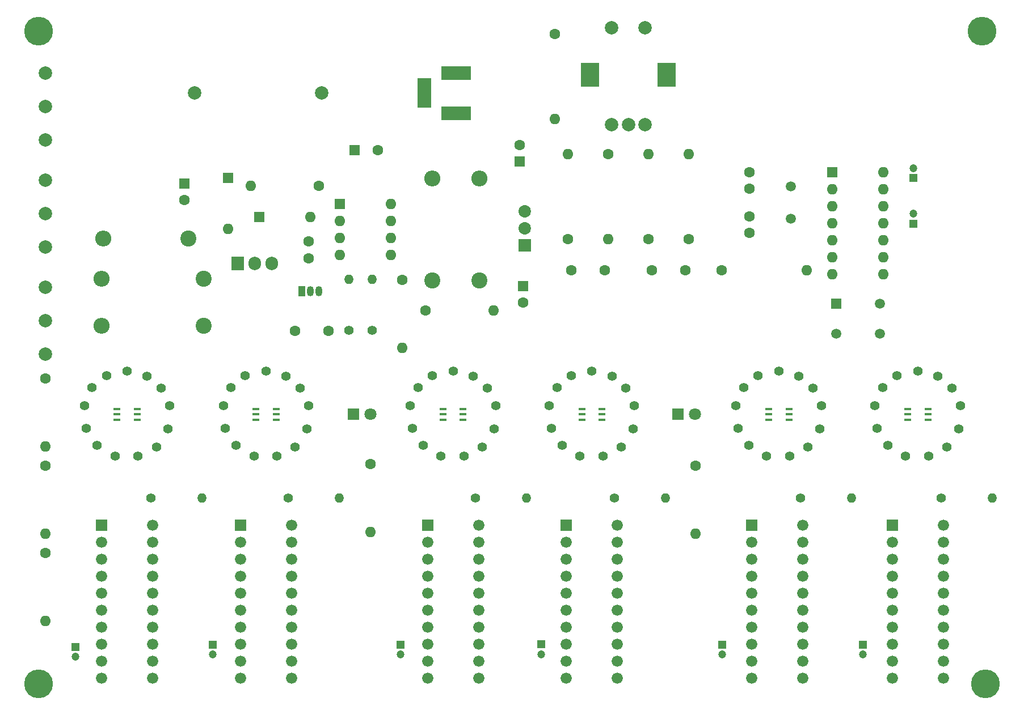
<source format=gbr>
%TF.GenerationSoftware,KiCad,Pcbnew,(6.0.4)*%
%TF.CreationDate,2022-08-22T18:12:28-05:00*%
%TF.ProjectId,Nixie Clock,4e697869-6520-4436-9c6f-636b2e6b6963,rev?*%
%TF.SameCoordinates,Original*%
%TF.FileFunction,Soldermask,Top*%
%TF.FilePolarity,Negative*%
%FSLAX46Y46*%
G04 Gerber Fmt 4.6, Leading zero omitted, Abs format (unit mm)*
G04 Created by KiCad (PCBNEW (6.0.4)) date 2022-08-22 18:12:28*
%MOMM*%
%LPD*%
G01*
G04 APERTURE LIST*
G04 Aperture macros list*
%AMRoundRect*
0 Rectangle with rounded corners*
0 $1 Rounding radius*
0 $2 $3 $4 $5 $6 $7 $8 $9 X,Y pos of 4 corners*
0 Add a 4 corners polygon primitive as box body*
4,1,4,$2,$3,$4,$5,$6,$7,$8,$9,$2,$3,0*
0 Add four circle primitives for the rounded corners*
1,1,$1+$1,$2,$3*
1,1,$1+$1,$4,$5*
1,1,$1+$1,$6,$7*
1,1,$1+$1,$8,$9*
0 Add four rect primitives between the rounded corners*
20,1,$1+$1,$2,$3,$4,$5,0*
20,1,$1+$1,$4,$5,$6,$7,0*
20,1,$1+$1,$6,$7,$8,$9,0*
20,1,$1+$1,$8,$9,$2,$3,0*%
G04 Aperture macros list end*
%ADD10R,1.676400X1.676400*%
%ADD11C,1.676400*%
%ADD12C,2.400000*%
%ADD13O,2.400000X2.400000*%
%ADD14C,1.600000*%
%ADD15O,1.600000X1.600000*%
%ADD16C,1.408000*%
%ADD17C,1.400000*%
%ADD18O,1.400000X1.400000*%
%ADD19RoundRect,0.100000X-0.400000X-0.100000X0.400000X-0.100000X0.400000X0.100000X-0.400000X0.100000X0*%
%ADD20C,1.500000*%
%ADD21R,1.600000X1.600000*%
%ADD22C,2.000000*%
%ADD23R,1.200000X1.200000*%
%ADD24C,1.200000*%
%ADD25R,1.800000X1.800000*%
%ADD26C,1.800000*%
%ADD27R,1.050000X1.500000*%
%ADD28O,1.050000X1.500000*%
%ADD29R,1.860000X1.860000*%
%ADD30C,1.860000*%
%ADD31C,4.300000*%
%ADD32R,1.498000X1.498000*%
%ADD33C,1.498000*%
%ADD34R,2.800000X3.600000*%
%ADD35R,1.905000X2.000000*%
%ADD36O,1.905000X2.000000*%
%ADD37R,4.500000X2.000000*%
%ADD38R,2.000000X4.500000*%
G04 APERTURE END LIST*
D10*
%TO.C,U6*%
X158750000Y-123840000D03*
D11*
X158750000Y-126380000D03*
X158750000Y-128920000D03*
X158750000Y-131460000D03*
X158750000Y-134000000D03*
X158750000Y-136540000D03*
X158750000Y-139080000D03*
X158750000Y-141620000D03*
X158750000Y-144160000D03*
X158750000Y-146700000D03*
X166370000Y-146700000D03*
X166370000Y-144160000D03*
X166370000Y-141620000D03*
X166370000Y-139080000D03*
X166370000Y-136540000D03*
X166370000Y-134000000D03*
X166370000Y-131460000D03*
X166370000Y-128920000D03*
X166370000Y-126380000D03*
X166370000Y-123840000D03*
%TD*%
D12*
%TO.C,R25*%
X104620000Y-94000000D03*
D13*
X89380000Y-94000000D03*
%TD*%
D14*
%TO.C,R24*%
X81000000Y-128000000D03*
D15*
X81000000Y-138160000D03*
%TD*%
D10*
%TO.C,U5*%
X186382643Y-123840000D03*
D11*
X186382643Y-126380000D03*
X186382643Y-128920000D03*
X186382643Y-131460000D03*
X186382643Y-134000000D03*
X186382643Y-136540000D03*
X186382643Y-139080000D03*
X186382643Y-141620000D03*
X186382643Y-144160000D03*
X186382643Y-146700000D03*
X194002643Y-146700000D03*
X194002643Y-144160000D03*
X194002643Y-141620000D03*
X194002643Y-139080000D03*
X194002643Y-136540000D03*
X194002643Y-134000000D03*
X194002643Y-131460000D03*
X194002643Y-128920000D03*
X194002643Y-126380000D03*
X194002643Y-123840000D03*
%TD*%
D16*
%TO.C,TBE3*%
X190457921Y-100793000D03*
X187353921Y-101518000D03*
X185225921Y-103297000D03*
X184064921Y-105963000D03*
X184368921Y-109333000D03*
X185988921Y-111864000D03*
X188635921Y-113483000D03*
X192078921Y-113513000D03*
X194805921Y-112116000D03*
X196577921Y-109424000D03*
X196807921Y-106000000D03*
X195537921Y-103333000D03*
X193435921Y-101545000D03*
%TD*%
D17*
%TO.C,R18*%
X193690000Y-119750000D03*
D18*
X201310000Y-119750000D03*
%TD*%
D17*
%TO.C,R14*%
X214690000Y-119750000D03*
D18*
X222310000Y-119750000D03*
%TD*%
D19*
%TO.C,D5*%
X140325282Y-106470000D03*
X140325282Y-107270000D03*
X140325282Y-108070000D03*
X143325282Y-108070000D03*
X143325282Y-107270000D03*
X143325282Y-106470000D03*
%TD*%
D20*
%TO.C,Y1*%
X192251500Y-73175000D03*
X192251500Y-78055000D03*
%TD*%
D16*
%TO.C,TBE4*%
X113927361Y-100793000D03*
X110823361Y-101518000D03*
X108695361Y-103297000D03*
X107534361Y-105963000D03*
X107838361Y-109333000D03*
X109458361Y-111864000D03*
X112105361Y-113483000D03*
X115548361Y-113513000D03*
X118275361Y-112116000D03*
X120047361Y-109424000D03*
X120277361Y-106000000D03*
X119007361Y-103333000D03*
X116905361Y-101545000D03*
%TD*%
D21*
%TO.C,C1*%
X151750000Y-69500000D03*
D14*
X151750000Y-67000000D03*
%TD*%
D22*
%TO.C,RV3*%
X81000000Y-72250000D03*
X81000000Y-77250000D03*
X81000000Y-82250000D03*
%TD*%
%TO.C,RV2*%
X81000000Y-88250000D03*
X81000000Y-93250000D03*
X81000000Y-98250000D03*
%TD*%
D19*
%TO.C,D4*%
X112427361Y-106470000D03*
X112427361Y-107270000D03*
X112427361Y-108070000D03*
X115427361Y-108070000D03*
X115427361Y-107270000D03*
X115427361Y-106470000D03*
%TD*%
D17*
%TO.C,R4*%
X126250000Y-94690000D03*
D18*
X126250000Y-87070000D03*
%TD*%
D10*
%TO.C,U4*%
X207382643Y-123840000D03*
D11*
X207382643Y-126380000D03*
X207382643Y-128920000D03*
X207382643Y-131460000D03*
X207382643Y-134000000D03*
X207382643Y-136540000D03*
X207382643Y-139080000D03*
X207382643Y-141620000D03*
X207382643Y-144160000D03*
X207382643Y-146700000D03*
X215002643Y-146700000D03*
X215002643Y-144160000D03*
X215002643Y-141620000D03*
X215002643Y-139080000D03*
X215002643Y-136540000D03*
X215002643Y-134000000D03*
X215002643Y-131460000D03*
X215002643Y-128920000D03*
X215002643Y-126380000D03*
X215002643Y-123840000D03*
%TD*%
D10*
%TO.C,U7*%
X138015282Y-123840000D03*
D11*
X138015282Y-126380000D03*
X138015282Y-128920000D03*
X138015282Y-131460000D03*
X138015282Y-134000000D03*
X138015282Y-136540000D03*
X138015282Y-139080000D03*
X138015282Y-141620000D03*
X138015282Y-144160000D03*
X138015282Y-146700000D03*
X145635282Y-146700000D03*
X145635282Y-144160000D03*
X145635282Y-141620000D03*
X145635282Y-139080000D03*
X145635282Y-136540000D03*
X145635282Y-134000000D03*
X145635282Y-131460000D03*
X145635282Y-128920000D03*
X145635282Y-126380000D03*
X145635282Y-123840000D03*
%TD*%
D16*
%TO.C,TBE5*%
X162560000Y-100793000D03*
X159456000Y-101518000D03*
X157328000Y-103297000D03*
X156167000Y-105963000D03*
X156471000Y-109333000D03*
X158091000Y-111864000D03*
X160738000Y-113483000D03*
X164181000Y-113513000D03*
X166908000Y-112116000D03*
X168680000Y-109424000D03*
X168910000Y-106000000D03*
X167640000Y-103333000D03*
X165538000Y-101545000D03*
%TD*%
%TO.C,TBE1*%
X211192643Y-100793000D03*
X208088643Y-101518000D03*
X205960643Y-103297000D03*
X204799643Y-105963000D03*
X205103643Y-109333000D03*
X206723643Y-111864000D03*
X209370643Y-113483000D03*
X212813643Y-113513000D03*
X215540643Y-112116000D03*
X217312643Y-109424000D03*
X217542643Y-106000000D03*
X216272643Y-103333000D03*
X214170643Y-101545000D03*
%TD*%
D19*
%TO.C,D3*%
X91692643Y-106470000D03*
X91692643Y-107270000D03*
X91692643Y-108070000D03*
X94692643Y-108070000D03*
X94692643Y-107270000D03*
X94692643Y-106470000D03*
%TD*%
D23*
%TO.C,C8*%
X106000000Y-141660000D03*
D24*
X106000000Y-143160000D03*
%TD*%
D25*
%TO.C,NE1*%
X175417643Y-107270000D03*
D26*
X177957643Y-107270000D03*
%TD*%
D27*
%TO.C,Q1*%
X119230000Y-88860000D03*
D28*
X120500000Y-88860000D03*
X121770000Y-88860000D03*
%TD*%
D10*
%TO.C,U9*%
X89382643Y-123840000D03*
D11*
X89382643Y-126380000D03*
X89382643Y-128920000D03*
X89382643Y-131460000D03*
X89382643Y-134000000D03*
X89382643Y-136540000D03*
X89382643Y-139080000D03*
X89382643Y-141620000D03*
X89382643Y-144160000D03*
X89382643Y-146700000D03*
X97002643Y-146700000D03*
X97002643Y-144160000D03*
X97002643Y-141620000D03*
X97002643Y-139080000D03*
X97002643Y-136540000D03*
X97002643Y-134000000D03*
X97002643Y-131460000D03*
X97002643Y-128920000D03*
X97002643Y-126380000D03*
X97002643Y-123840000D03*
%TD*%
D14*
%TO.C,R22*%
X81000000Y-101920000D03*
D15*
X81000000Y-112080000D03*
%TD*%
D23*
%TO.C,C15*%
X210501500Y-71972599D03*
D24*
X210501500Y-70472599D03*
%TD*%
D12*
%TO.C,R1*%
X138750000Y-87250000D03*
D13*
X138750000Y-72010000D03*
%TD*%
D21*
%TO.C,U2*%
X124950000Y-75830000D03*
D15*
X124950000Y-78370000D03*
X124950000Y-80910000D03*
X124950000Y-83450000D03*
X132570000Y-83450000D03*
X132570000Y-80910000D03*
X132570000Y-78370000D03*
X132570000Y-75830000D03*
%TD*%
D14*
%TO.C,C5*%
X123250000Y-94750000D03*
X118250000Y-94750000D03*
%TD*%
%TO.C,R26*%
X81000000Y-114920000D03*
D15*
X81000000Y-125080000D03*
%TD*%
D29*
%TO.C,U1*%
X152500000Y-82040000D03*
D30*
X152500000Y-79500000D03*
X152500000Y-76960000D03*
%TD*%
D19*
%TO.C,D7*%
X188957921Y-106470000D03*
X188957921Y-107270000D03*
X188957921Y-108070000D03*
X191957921Y-108070000D03*
X191957921Y-107270000D03*
X191957921Y-106470000D03*
%TD*%
D23*
%TO.C,C9*%
X134000000Y-141660000D03*
D24*
X134000000Y-143160000D03*
%TD*%
D17*
%TO.C,R15*%
X145190000Y-119750000D03*
D18*
X152810000Y-119750000D03*
%TD*%
D14*
%TO.C,R13*%
X157000000Y-50400000D03*
D15*
X157000000Y-63100000D03*
%TD*%
D14*
%TO.C,R16*%
X178000000Y-114920000D03*
D15*
X178000000Y-125080000D03*
%TD*%
D14*
%TO.C,R9*%
X159000000Y-81100000D03*
D15*
X159000000Y-68400000D03*
%TD*%
D31*
%TO.C,H2*%
X80000000Y-50000000D03*
%TD*%
D23*
%TO.C,C12*%
X203000000Y-141660000D03*
D24*
X203000000Y-143160000D03*
%TD*%
D10*
%TO.C,U8*%
X110117361Y-123840000D03*
D11*
X110117361Y-126380000D03*
X110117361Y-128920000D03*
X110117361Y-131460000D03*
X110117361Y-134000000D03*
X110117361Y-136540000D03*
X110117361Y-139080000D03*
X110117361Y-141620000D03*
X110117361Y-144160000D03*
X110117361Y-146700000D03*
X117737361Y-146700000D03*
X117737361Y-144160000D03*
X117737361Y-141620000D03*
X117737361Y-139080000D03*
X117737361Y-136540000D03*
X117737361Y-134000000D03*
X117737361Y-131460000D03*
X117737361Y-128920000D03*
X117737361Y-126380000D03*
X117737361Y-123840000D03*
%TD*%
D14*
%TO.C,R12*%
X177000000Y-81100000D03*
D15*
X177000000Y-68400000D03*
%TD*%
D14*
%TO.C,R8*%
X181901500Y-85750000D03*
D15*
X194601500Y-85750000D03*
%TD*%
D21*
%TO.C,C6*%
X101750000Y-72750000D03*
D14*
X101750000Y-75250000D03*
%TD*%
D12*
%TO.C,R23*%
X102350000Y-81000000D03*
D13*
X89650000Y-81000000D03*
%TD*%
D14*
%TO.C,C16*%
X164500000Y-85750000D03*
X159500000Y-85750000D03*
%TD*%
D32*
%TO.C,SW1*%
X199000000Y-90750000D03*
D33*
X205500000Y-90750000D03*
X199000000Y-95250000D03*
X205500000Y-95250000D03*
%TD*%
D14*
%TO.C,R17*%
X129500000Y-114670000D03*
D15*
X129500000Y-124830000D03*
%TD*%
D14*
%TO.C,C14*%
X186051500Y-77675000D03*
X186051500Y-80175000D03*
%TD*%
D19*
%TO.C,D8*%
X209692643Y-106470000D03*
X209692643Y-107270000D03*
X209692643Y-108070000D03*
X212692643Y-108070000D03*
X212692643Y-107270000D03*
X212692643Y-106470000D03*
%TD*%
D17*
%TO.C,R19*%
X117190000Y-119750000D03*
D18*
X124810000Y-119750000D03*
%TD*%
D24*
%TO.C,C7*%
X85500000Y-143500000D03*
D23*
X85500000Y-142000000D03*
%TD*%
D19*
%TO.C,D6*%
X161060000Y-106470000D03*
X161060000Y-107270000D03*
X161060000Y-108070000D03*
X164060000Y-108070000D03*
X164060000Y-107270000D03*
X164060000Y-106470000D03*
%TD*%
D21*
%TO.C,C2*%
X152250000Y-88067621D03*
D14*
X152250000Y-90567621D03*
%TD*%
D31*
%TO.C,H1*%
X220750000Y-50000000D03*
%TD*%
D23*
%TO.C,C11*%
X182000000Y-141660000D03*
D24*
X182000000Y-143160000D03*
%TD*%
D14*
%TO.C,R11*%
X165000000Y-68400000D03*
D15*
X165000000Y-81100000D03*
%TD*%
D21*
%TO.C,U10*%
X198451500Y-71125000D03*
D15*
X198451500Y-73665000D03*
X198451500Y-76205000D03*
X198451500Y-78745000D03*
X198451500Y-81285000D03*
X198451500Y-83825000D03*
X198451500Y-86365000D03*
X206071500Y-86365000D03*
X206071500Y-83825000D03*
X206071500Y-81285000D03*
X206071500Y-78745000D03*
X206071500Y-76205000D03*
X206071500Y-73665000D03*
X206071500Y-71125000D03*
%TD*%
D14*
%TO.C,R10*%
X171000000Y-81100000D03*
D15*
X171000000Y-68400000D03*
%TD*%
D23*
%TO.C,C10*%
X155000000Y-141620000D03*
D24*
X155000000Y-143120000D03*
%TD*%
D22*
%TO.C,S1*%
X165500000Y-49500000D03*
X170500000Y-49500000D03*
D34*
X173700000Y-56500000D03*
X162300000Y-56500000D03*
D22*
X165500000Y-64000000D03*
X170500000Y-64000000D03*
X168000000Y-64000000D03*
%TD*%
D12*
%TO.C,R2*%
X145750000Y-87250000D03*
D13*
X145750000Y-72010000D03*
%TD*%
D21*
%TO.C,C4*%
X127097349Y-67750000D03*
D14*
X130597349Y-67750000D03*
%TD*%
D22*
%TO.C,L1*%
X122250000Y-59250000D03*
X103250000Y-59250000D03*
%TD*%
D35*
%TO.C,U3*%
X109670000Y-84695000D03*
D36*
X112210000Y-84695000D03*
X114750000Y-84695000D03*
%TD*%
D16*
%TO.C,TBE2*%
X141825282Y-100793000D03*
X138721282Y-101518000D03*
X136593282Y-103297000D03*
X135432282Y-105963000D03*
X135736282Y-109333000D03*
X137356282Y-111864000D03*
X140003282Y-113483000D03*
X143446282Y-113513000D03*
X146173282Y-112116000D03*
X147945282Y-109424000D03*
X148175282Y-106000000D03*
X146905282Y-103333000D03*
X144803282Y-101545000D03*
%TD*%
D21*
%TO.C,D1*%
X112940000Y-77750000D03*
D15*
X120560000Y-77750000D03*
%TD*%
D14*
%TO.C,C17*%
X171500000Y-85750000D03*
X176500000Y-85750000D03*
%TD*%
%TO.C,C3*%
X120250000Y-81430000D03*
X120250000Y-83930000D03*
%TD*%
D31*
%TO.C,H4*%
X80000000Y-147500000D03*
%TD*%
D14*
%TO.C,R7*%
X137670000Y-91750000D03*
D15*
X147830000Y-91750000D03*
%TD*%
D21*
%TO.C,D2*%
X108250000Y-71940000D03*
D15*
X108250000Y-79560000D03*
%TD*%
D14*
%TO.C,R3*%
X121830000Y-73150000D03*
D15*
X111670000Y-73150000D03*
%TD*%
D14*
%TO.C,C13*%
X186051500Y-73575000D03*
X186051500Y-71075000D03*
%TD*%
D22*
%TO.C,RV1*%
X81000000Y-56250000D03*
X81000000Y-61250000D03*
X81000000Y-66250000D03*
%TD*%
D37*
%TO.C,J1*%
X142250000Y-62250000D03*
X142250000Y-56250000D03*
D38*
X137550000Y-59250000D03*
%TD*%
D12*
%TO.C,R27*%
X104620000Y-87000000D03*
D13*
X89380000Y-87000000D03*
%TD*%
D31*
%TO.C,H3*%
X221250000Y-147500000D03*
%TD*%
D17*
%TO.C,R20*%
X165940000Y-119750000D03*
D18*
X173560000Y-119750000D03*
%TD*%
D17*
%TO.C,R6*%
X129750000Y-94690000D03*
D18*
X129750000Y-87070000D03*
%TD*%
D23*
%TO.C,C18*%
X210501500Y-78750000D03*
D24*
X210501500Y-77250000D03*
%TD*%
D17*
%TO.C,R21*%
X96690000Y-119750000D03*
D18*
X104310000Y-119750000D03*
%TD*%
D14*
%TO.C,R5*%
X134250000Y-87170000D03*
D15*
X134250000Y-97330000D03*
%TD*%
D16*
%TO.C,TBE6*%
X93192643Y-100793000D03*
X90088643Y-101518000D03*
X87960643Y-103297000D03*
X86799643Y-105963000D03*
X87103643Y-109333000D03*
X88723643Y-111864000D03*
X91370643Y-113483000D03*
X94813643Y-113513000D03*
X97540643Y-112116000D03*
X99312643Y-109424000D03*
X99542643Y-106000000D03*
X98272643Y-103333000D03*
X96170643Y-101545000D03*
%TD*%
D25*
%TO.C,NE2*%
X126917643Y-107270000D03*
D26*
X129457643Y-107270000D03*
%TD*%
M02*

</source>
